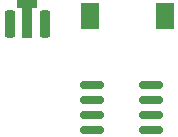
<source format=gbr>
%TF.GenerationSoftware,KiCad,Pcbnew,9.0.4*%
%TF.CreationDate,2026-01-27T05:13:48+01:00*%
%TF.ProjectId,weather station,77656174-6865-4722-9073-746174696f6e,rev?*%
%TF.SameCoordinates,Original*%
%TF.FileFunction,Paste,Top*%
%TF.FilePolarity,Positive*%
%FSLAX46Y46*%
G04 Gerber Fmt 4.6, Leading zero omitted, Abs format (unit mm)*
G04 Created by KiCad (PCBNEW 9.0.4) date 2026-01-27 05:13:48*
%MOMM*%
%LPD*%
G01*
G04 APERTURE LIST*
G04 Aperture macros list*
%AMRoundRect*
0 Rectangle with rounded corners*
0 $1 Rounding radius*
0 $2 $3 $4 $5 $6 $7 $8 $9 X,Y pos of 4 corners*
0 Add a 4 corners polygon primitive as box body*
4,1,4,$2,$3,$4,$5,$6,$7,$8,$9,$2,$3,0*
0 Add four circle primitives for the rounded corners*
1,1,$1+$1,$2,$3*
1,1,$1+$1,$4,$5*
1,1,$1+$1,$6,$7*
1,1,$1+$1,$8,$9*
0 Add four rect primitives between the rounded corners*
20,1,$1+$1,$2,$3,$4,$5,0*
20,1,$1+$1,$4,$5,$6,$7,0*
20,1,$1+$1,$6,$7,$8,$9,0*
20,1,$1+$1,$8,$9,$2,$3,0*%
%AMFreePoly0*
4,1,9,5.362500,-0.866500,1.237500,-0.866500,1.237500,-0.450000,-1.237500,-0.450000,-1.237500,0.450000,1.237500,0.450000,1.237500,0.866500,5.362500,0.866500,5.362500,-0.866500,5.362500,-0.866500,$1*%
G04 Aperture macros list end*
%ADD10RoundRect,0.150000X-0.825000X-0.150000X0.825000X-0.150000X0.825000X0.150000X-0.825000X0.150000X0*%
%ADD11R,1.500000X2.200000*%
%ADD12RoundRect,0.225000X0.225000X-0.925000X0.225000X0.925000X-0.225000X0.925000X-0.225000X-0.925000X0*%
%ADD13FreePoly0,90.000000*%
G04 APERTURE END LIST*
D10*
%TO.C,U2*%
X96515000Y-34625000D03*
X96515000Y-35895000D03*
X96515000Y-37165000D03*
X96515000Y-38435000D03*
X101465000Y-38435000D03*
X101465000Y-37165000D03*
X101465000Y-35895000D03*
X101465000Y-34625000D03*
%TD*%
D11*
%TO.C,L1*%
X96290000Y-28750000D03*
X102690000Y-28750000D03*
%TD*%
D12*
%TO.C,Q1*%
X89500000Y-29450000D03*
D13*
X91000000Y-29362500D03*
D12*
X92500000Y-29450000D03*
%TD*%
M02*

</source>
